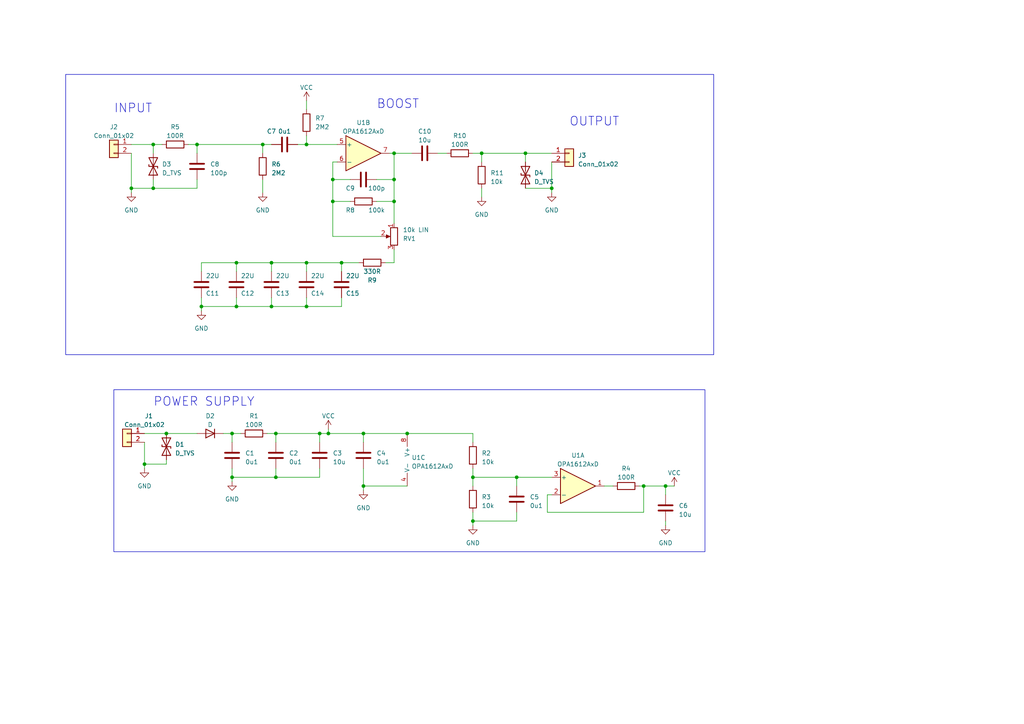
<source format=kicad_sch>
(kicad_sch (version 20221206) (generator eeschema)
  (paper "A4")
  (lib_symbols
    (symbol "Amplifier_Operational:OPA1612AxD" (pin_names (offset 0.127))
      (property "Reference" "U" (at 0 5.08 0))
      (property "Value" "OPA1612AxD" (at 0 -5.08 0))
      (symbol "OPA1612AxD_1_1"
        (polyline (pts (xy -5.08 5.08) (xy 5.08 0) (xy -5.08 -5.08) (xy -5.08 5.08)) (stroke (width 0.254)) (fill (type background)))
        (pin output line (at 7.62 0 180) (length 2.54) (name "~") (number "1"))
        (pin input line (at -7.62 -2.54 0) (length 2.54) (name "-") (number "2"))
        (pin input line (at -7.62 2.54 0) (length 2.54) (name "+") (number "3"))
      )
      (symbol "OPA1612AxD_2_1"
        (polyline (pts (xy -5.08 5.08) (xy 5.08 0) (xy -5.08 -5.08) (xy -5.08 5.08)) (stroke (width 0.254)) (fill (type background)))
        (pin input line (at -7.62 2.54 0) (length 2.54) (name "+") (number "5"))
        (pin input line (at -7.62 -2.54 0) (length 2.54) (name "-") (number "6"))
        (pin output line (at 7.62 0 180) (length 2.54) (name "~") (number "7"))
      )
      (symbol "OPA1612AxD_3_1"
        (pin power_in line (at -2.54 -7.62 90) (length 3.81) (name "V-") (number "4"))
        (pin power_in line (at -2.54 7.62 270) (length 3.81) (name "V+") (number "8"))
      )
    )
    (symbol "Connector_Generic:Conn_01x02" (pin_names (offset 1.016) hide)
      (property "Reference" "J" (at 0 2.54 0))
      (property "Value" "Conn_01x02" (at 0 -5.08 0))
      (symbol "Conn_01x02_1_1"
        (rectangle (start -1.27 -2.413) (end 0 -2.667) (stroke (width 0.1524)))
        (rectangle (start -1.27 0.127) (end 0 -0.127) (stroke (width 0.1524)))
        (rectangle (start -1.27 1.27) (end 1.27 -3.81) (stroke (width 0.254)) (fill (type background)))
        (pin passive line (at -5.08 0 0) (length 3.81) (name "Pin_1") (number "1"))
        (pin passive line (at -5.08 -2.54 0) (length 3.81) (name "Pin_2") (number "2"))
      )
    )
    (symbol "Device:C" (pin_numbers hide) (pin_names (offset 0.254))
      (property "Reference" "C" (at 0.635 2.54 0))
      (property "Value" "C" (at 0.635 -2.54 0))
      (symbol "C_0_1"
        (polyline (pts (xy -2.032 -0.762) (xy 2.032 -0.762)) (stroke (width 0.508)))
        (polyline (pts (xy -2.032 0.762) (xy 2.032 0.762)) (stroke (width 0.508)))
      )
      (symbol "C_1_1"
        (pin passive line (at 0 3.81 270) (length 2.794) (name "~") (number "1"))
        (pin passive line (at 0 -3.81 90) (length 2.794) (name "~") (number "2"))
      )
    )
    (symbol "Device:D" (pin_numbers hide) (pin_names (offset 1.016) hide)
      (property "Reference" "D" (at 0 2.54 0))
      (property "Value" "D" (at 0 -2.54 0))
      (symbol "D_0_1"
        (polyline (pts (xy -1.27 1.27) (xy -1.27 -1.27)) (stroke (width 0.254)))
        (polyline (pts (xy 1.27 0) (xy -1.27 0)))
        (polyline (pts (xy 1.27 1.27) (xy 1.27 -1.27) (xy -1.27 0) (xy 1.27 1.27)) (stroke (width 0.254)))
      )
      (symbol "D_1_1"
        (pin passive line (at -3.81 0 0) (length 2.54) (name "K") (number "1"))
        (pin passive line (at 3.81 0 180) (length 2.54) (name "A") (number "2"))
      )
    )
    (symbol "Device:D_TVS" (pin_numbers hide) (pin_names (offset 1.016) hide)
      (property "Reference" "D" (at 0 2.54 0))
      (property "Value" "D_TVS" (at 0 -2.54 0))
      (symbol "D_TVS_0_1"
        (polyline (pts (xy 1.27 0) (xy -1.27 0)))
        (polyline (pts (xy 0.508 1.27) (xy 0 1.27) (xy 0 -1.27) (xy -0.508 -1.27)) (stroke (width 0.254)))
        (polyline (pts (xy -2.54 1.27) (xy -2.54 -1.27) (xy 2.54 1.27) (xy 2.54 -1.27) (xy -2.54 1.27)) (stroke (width 0.254)))
      )
      (symbol "D_TVS_1_1"
        (pin passive line (at -3.81 0 0) (length 2.54) (name "A1") (number "1"))
        (pin passive line (at 3.81 0 180) (length 2.54) (name "A2") (number "2"))
      )
    )
    (symbol "Device:R" (pin_numbers hide) (pin_names (offset 0))
      (property "Reference" "R" (at 2.032 0 90))
      (property "Value" "R" (at 0 0 90))
      (symbol "R_0_1"
        (rectangle (start -1.016 -2.54) (end 1.016 2.54) (stroke (width 0.254)))
      )
      (symbol "R_1_1"
        (pin passive line (at 0 3.81 270) (length 1.27) (name "~") (number "1"))
        (pin passive line (at 0 -3.81 90) (length 1.27) (name "~") (number "2"))
      )
    )
    (symbol "Device:R_Potentiometer" (pin_names (offset 1.016) hide)
      (property "Reference" "RV" (at -4.445 0 90))
      (property "Value" "R_Potentiometer" (at -2.54 0 90))
      (symbol "R_Potentiometer_0_1"
        (polyline (pts (xy 2.54 0) (xy 1.524 0)))
        (polyline (pts (xy 1.143 0) (xy 2.286 0.508) (xy 2.286 -0.508) (xy 1.143 0)) (fill (type outline)))
        (rectangle (start 1.016 2.54) (end -1.016 -2.54) (stroke (width 0.254)))
      )
      (symbol "R_Potentiometer_1_1"
        (pin passive line (at 0 3.81 270) (length 1.27) (name "1") (number "1"))
        (pin passive line (at 3.81 0 180) (length 1.27) (name "2") (number "2"))
        (pin passive line (at 0 -3.81 90) (length 1.27) (name "3") (number "3"))
      )
    )
    (symbol "power:GND" (power) (pin_names (offset 0))
      (property "Value" "GND" (at 0 -3.81 0))
      (symbol "GND_0_1"
        (polyline (pts (xy 0 0) (xy 0 -1.27) (xy 1.27 -1.27) (xy 0 -2.54) (xy -1.27 -1.27) (xy 0 -1.27)))
      )
      (symbol "GND_1_1"
        (pin power_in line (at 0 0 270) (length 0) hide (name "GND") (number "1"))
      )
    )
    (symbol "power:VCC" (power) (pin_names (offset 0))
      (property "Value" "VCC" (at 0 3.81 0))
      (symbol "VCC_0_1"
        (polyline (pts (xy -0.762 1.27) (xy 0 2.54)))
        (polyline (pts (xy 0 0) (xy 0 2.54)))
        (polyline (pts (xy 0 2.54) (xy 0.762 1.27)))
      )
      (symbol "VCC_1_1"
        (pin power_in line (at 0 0 90) (length 0) hide (name "VCC") (number "1"))
      )
    )
  )
  (junction (at 137.16 138.43))
  (junction (at 38.1 54.61))
  (junction (at 95.25 125.73))
  (junction (at 57.15 41.91))
  (junction (at 41.91 134.62))
  (junction (at 105.41 125.73))
  (junction (at 139.7 44.45))
  (junction (at 80.01 125.73))
  (junction (at 96.52 52.07))
  (junction (at 88.9 41.91))
  (junction (at 160.02 54.61))
  (junction (at 114.3 58.42))
  (junction (at 44.45 41.91))
  (junction (at 68.58 88.9))
  (junction (at 78.74 76.2))
  (junction (at 137.16 151.13))
  (junction (at 114.3 52.07))
  (junction (at 152.4 44.45))
  (junction (at 76.2 41.91))
  (junction (at 44.45 54.61))
  (junction (at 96.52 58.42))
  (junction (at 80.01 138.43))
  (junction (at 149.86 138.43))
  (junction (at 105.41 140.97))
  (junction (at 193.04 140.97))
  (junction (at 114.3 44.45))
  (junction (at 186.69 140.97))
  (junction (at 48.26 125.73))
  (junction (at 118.11 125.73))
  (junction (at 78.74 88.9))
  (junction (at 92.71 125.73))
  (junction (at 88.9 76.2))
  (junction (at 68.58 76.2))
  (junction (at 67.31 125.73))
  (junction (at 88.9 88.9))
  (junction (at 58.42 88.9))
  (junction (at 67.31 138.43))
  (junction (at 99.06 76.2))
  (wire (pts (xy 44.45 54.61) (xy 57.15 54.61)))
  (wire (pts (xy 44.45 54.61) (xy 38.1 54.61)))
  (wire (pts (xy 41.91 125.73) (xy 48.26 125.73)))
  (wire (pts (xy 88.9 86.36) (xy 88.9 88.9)))
  (wire (pts (xy 44.45 44.45) (xy 44.45 41.91)))
  (wire (pts (xy 114.3 76.2) (xy 111.76 76.2)))
  (wire (pts (xy 38.1 54.61) (xy 38.1 55.88)))
  (wire (pts (xy 95.25 125.73) (xy 105.41 125.73)))
  (wire (pts (xy 105.41 128.27) (xy 105.41 125.73)))
  (wire (pts (xy 114.3 72.39) (xy 114.3 76.2)))
  (wire (pts (xy 185.42 140.97) (xy 186.69 140.97)))
  (wire (pts (xy 78.74 76.2) (xy 88.9 76.2)))
  (wire (pts (xy 80.01 125.73) (xy 92.71 125.73)))
  (wire (pts (xy 95.25 125.73) (xy 92.71 125.73)))
  (wire (pts (xy 48.26 133.35) (xy 48.26 134.62)))
  (wire (pts (xy 99.06 76.2) (xy 104.14 76.2)))
  (wire (pts (xy 88.9 29.21) (xy 88.9 31.75)))
  (wire (pts (xy 114.3 44.45) (xy 119.38 44.45)))
  (wire (pts (xy 137.16 148.59) (xy 137.16 151.13)))
  (wire (pts (xy 109.22 58.42) (xy 114.3 58.42)))
  (wire (pts (xy 48.26 134.62) (xy 41.91 134.62)))
  (wire (pts (xy 158.75 148.59) (xy 186.69 148.59)))
  (wire (pts (xy 88.9 88.9) (xy 99.06 88.9)))
  (wire (pts (xy 48.26 125.73) (xy 57.15 125.73)))
  (wire (pts (xy 114.3 44.45) (xy 113.03 44.45)))
  (wire (pts (xy 114.3 44.45) (xy 114.3 52.07)))
  (wire (pts (xy 114.3 52.07) (xy 114.3 58.42)))
  (wire (pts (xy 175.26 140.97) (xy 177.8 140.97)))
  (wire (pts (xy 137.16 151.13) (xy 149.86 151.13)))
  (wire (pts (xy 109.22 52.07) (xy 114.3 52.07)))
  (wire (pts (xy 99.06 86.36) (xy 99.06 88.9)))
  (wire (pts (xy 96.52 46.99) (xy 97.79 46.99)))
  (wire (pts (xy 137.16 128.27) (xy 137.16 125.73)))
  (wire (pts (xy 137.16 151.13) (xy 137.16 152.4)))
  (wire (pts (xy 139.7 57.15) (xy 139.7 54.61)))
  (wire (pts (xy 78.74 76.2) (xy 78.74 78.74)))
  (wire (pts (xy 137.16 138.43) (xy 149.86 138.43)))
  (wire (pts (xy 38.1 44.45) (xy 38.1 54.61)))
  (wire (pts (xy 77.47 125.73) (xy 80.01 125.73)))
  (wire (pts (xy 96.52 68.58) (xy 110.49 68.58)))
  (wire (pts (xy 92.71 135.89) (xy 92.71 138.43)))
  (wire (pts (xy 41.91 128.27) (xy 41.91 134.62)))
  (wire (pts (xy 152.4 54.61) (xy 160.02 54.61)))
  (wire (pts (xy 68.58 76.2) (xy 68.58 78.74)))
  (wire (pts (xy 80.01 138.43) (xy 67.31 138.43)))
  (wire (pts (xy 137.16 44.45) (xy 139.7 44.45)))
  (wire (pts (xy 54.61 41.91) (xy 57.15 41.91)))
  (wire (pts (xy 152.4 44.45) (xy 160.02 44.45)))
  (wire (pts (xy 160.02 143.51) (xy 158.75 143.51)))
  (wire (pts (xy 68.58 86.36) (xy 68.58 88.9)))
  (wire (pts (xy 67.31 138.43) (xy 67.31 139.7)))
  (wire (pts (xy 80.01 135.89) (xy 80.01 138.43)))
  (wire (pts (xy 149.86 148.59) (xy 149.86 151.13)))
  (wire (pts (xy 44.45 52.07) (xy 44.45 54.61)))
  (wire (pts (xy 57.15 44.45) (xy 57.15 41.91)))
  (wire (pts (xy 68.58 88.9) (xy 78.74 88.9)))
  (wire (pts (xy 96.52 52.07) (xy 96.52 58.42)))
  (wire (pts (xy 76.2 41.91) (xy 76.2 44.45)))
  (wire (pts (xy 160.02 46.99) (xy 160.02 54.61)))
  (wire (pts (xy 118.11 140.97) (xy 105.41 140.97)))
  (wire (pts (xy 88.9 76.2) (xy 88.9 78.74)))
  (wire (pts (xy 105.41 140.97) (xy 105.41 135.89)))
  (wire (pts (xy 195.58 140.97) (xy 193.04 140.97)))
  (wire (pts (xy 58.42 88.9) (xy 58.42 90.17)))
  (wire (pts (xy 186.69 148.59) (xy 186.69 140.97)))
  (wire (pts (xy 99.06 76.2) (xy 99.06 78.74)))
  (wire (pts (xy 58.42 76.2) (xy 58.42 78.74)))
  (wire (pts (xy 64.77 125.73) (xy 67.31 125.73)))
  (wire (pts (xy 88.9 76.2) (xy 99.06 76.2)))
  (wire (pts (xy 92.71 128.27) (xy 92.71 125.73)))
  (wire (pts (xy 68.58 76.2) (xy 78.74 76.2)))
  (wire (pts (xy 149.86 140.97) (xy 149.86 138.43)))
  (wire (pts (xy 57.15 41.91) (xy 76.2 41.91)))
  (wire (pts (xy 96.52 52.07) (xy 101.6 52.07)))
  (wire (pts (xy 57.15 52.07) (xy 57.15 54.61)))
  (wire (pts (xy 137.16 138.43) (xy 137.16 140.97)))
  (wire (pts (xy 139.7 44.45) (xy 152.4 44.45)))
  (wire (pts (xy 38.1 41.91) (xy 44.45 41.91)))
  (wire (pts (xy 193.04 140.97) (xy 193.04 143.51)))
  (wire (pts (xy 78.74 86.36) (xy 78.74 88.9)))
  (wire (pts (xy 58.42 88.9) (xy 68.58 88.9)))
  (wire (pts (xy 139.7 44.45) (xy 139.7 46.99)))
  (wire (pts (xy 44.45 41.91) (xy 46.99 41.91)))
  (wire (pts (xy 96.52 46.99) (xy 96.52 52.07)))
  (wire (pts (xy 105.41 142.24) (xy 105.41 140.97)))
  (wire (pts (xy 67.31 135.89) (xy 67.31 138.43)))
  (wire (pts (xy 186.69 140.97) (xy 193.04 140.97)))
  (wire (pts (xy 76.2 41.91) (xy 78.74 41.91)))
  (wire (pts (xy 86.36 41.91) (xy 88.9 41.91)))
  (wire (pts (xy 96.52 58.42) (xy 96.52 68.58)))
  (wire (pts (xy 105.41 125.73) (xy 118.11 125.73)))
  (wire (pts (xy 137.16 125.73) (xy 118.11 125.73)))
  (wire (pts (xy 158.75 143.51) (xy 158.75 148.59)))
  (wire (pts (xy 127 44.45) (xy 129.54 44.45)))
  (wire (pts (xy 58.42 86.36) (xy 58.42 88.9)))
  (wire (pts (xy 92.71 138.43) (xy 80.01 138.43)))
  (wire (pts (xy 152.4 44.45) (xy 152.4 46.99)))
  (wire (pts (xy 149.86 138.43) (xy 160.02 138.43)))
  (wire (pts (xy 58.42 76.2) (xy 68.58 76.2)))
  (wire (pts (xy 193.04 151.13) (xy 193.04 152.4)))
  (wire (pts (xy 67.31 125.73) (xy 69.85 125.73)))
  (wire (pts (xy 41.91 134.62) (xy 41.91 135.89)))
  (wire (pts (xy 88.9 41.91) (xy 97.79 41.91)))
  (wire (pts (xy 76.2 52.07) (xy 76.2 55.88)))
  (wire (pts (xy 80.01 125.73) (xy 80.01 128.27)))
  (wire (pts (xy 88.9 39.37) (xy 88.9 41.91)))
  (wire (pts (xy 78.74 88.9) (xy 88.9 88.9)))
  (wire (pts (xy 114.3 58.42) (xy 114.3 64.77)))
  (wire (pts (xy 96.52 58.42) (xy 101.6 58.42)))
  (wire (pts (xy 95.25 124.46) (xy 95.25 125.73)))
  (wire (pts (xy 67.31 125.73) (xy 67.31 128.27)))
  (wire (pts (xy 137.16 135.89) (xy 137.16 138.43)))
  (wire (pts (xy 160.02 54.61) (xy 160.02 55.88)))
  (rectangle (start 33.02 113.03) (end 204.47 160.02))
  (rectangle (start 19.05 21.59) (end 207.01 102.87))
  (text "OUTPUT" (at 165.1 36.83 0) (effects (font (size 2.54 2.54)) (justify left bottom)))
  (text "INPUT" (at 33.02 33.02 0) (effects (font (size 2.54 2.54)) (justify left bottom)))
  (text "BOOST" (at 109.22 31.75 0) (effects (font (size 2.54 2.54)) (justify left bottom)))
  (text "POWER SUPPLY" (at 44.45 118.11 0) (effects (font (size 2.54 2.54)) (justify left bottom)))
  (symbol (lib_id "Device:C") (at 105.41 52.07 90) (mirror x) (unit 1)
    (property "Reference" "C9" (at 101.6 54.61 90))
    (property "Value" "100p" (at 109.22 54.61 90))
    (property "Footprint" "Capacitor_SMD:C_0603_1608Metric_Pad1.08x0.95mm_HandSolder" (effects hide))
  )
  (symbol (lib_id "Device:R") (at 50.8 41.91 90) (unit 1)
    (property "Reference" "R5" (at 50.8 36.83 90))
    (property "Value" "100R" (at 50.8 39.37 90))
    (property "Footprint" "Resistor_SMD:R_0603_1608Metric_Pad0.98x0.95mm_HandSolder" (effects hide))
  )
  (symbol (lib_id "Amplifier_Operational:OPA1612AxD") (at 120.65 133.35 0) (unit 3)
    (property "Reference" "U1" (at 119.38 132.715 0) (effects (justify left)))
    (property "Value" "OPA1612AxD" (at 119.38 135.255 0) (effects (justify left)))
    (property "Footprint" "Package_SO:SOIC-8_3.9x4.9mm_P1.27mm" (effects hide))
    (property "Datasheet" "http://www.ti.com/lit/ds/symlink/opa1612.pdf" (effects hide))
  )
  (symbol (lib_id "Connector_Generic:Conn_01x02") (at 36.83 125.73 0) (mirror y) (unit 1)
    (property "Reference" "J1" (at 43.18 120.65 0))
    (property "Value" "Conn_01x02" (at 41.91 123.19 0))
    (property "Footprint" "Connector_PinHeader_2.54mm:PinHeader_1x02_P2.54mm_Vertical" (effects hide))
  )
  (symbol (lib_id "Device:R") (at 76.2 48.26 180) (unit 1)
    (property "Reference" "R6" (at 78.74 47.625 0) (effects (justify right)))
    (property "Value" "2M2" (at 78.74 50.165 0) (effects (justify right)))
    (property "Footprint" "Resistor_SMD:R_0603_1608Metric_Pad0.98x0.95mm_HandSolder" (effects hide))
  )
  (symbol (lib_id "Device:C") (at 99.06 82.55 0) (unit 1)
    (property "Reference" "C15" (at 100.33 85.09 0) (effects (justify left)))
    (property "Value" "22U" (at 100.33 80.01 0) (effects (justify left)))
    (property "Footprint" "Capacitor_SMD:C_1210_3225Metric_Pad1.33x2.70mm_HandSolder" (effects hide))
    (property "mfg_pn" "CL32B226MOJNNNE" (effects hide))
  )
  (symbol (lib_id "Device:D_TVS") (at 48.26 129.54 90) (unit 1)
    (property "Reference" "D1" (at 50.8 128.905 90) (effects (justify right)))
    (property "Value" "D_TVS" (at 50.8 131.445 90) (effects (justify right)))
    (property "Footprint" "Diode_SMD:D_0603_1608Metric_Pad1.05x0.95mm_HandSolder" (effects hide))
  )
  (symbol (lib_id "power:GND") (at 41.91 135.89 0) (unit 1)
    (property "Reference" "#PWR01" (effects hide))
    (property "Value" "GND" (at 41.91 140.97 0))
  )
  (symbol (lib_id "Device:D") (at 60.96 125.73 180) (unit 1)
    (property "Reference" "D2" (at 60.96 120.65 0))
    (property "Value" "D" (at 60.96 123.19 0))
    (property "Footprint" "Diode_SMD:D_0603_1608Metric_Pad1.05x0.95mm_HandSolder" (effects hide))
  )
  (symbol (lib_id "Device:R") (at 137.16 132.08 0) (unit 1)
    (property "Reference" "R2" (at 139.7 131.445 0) (effects (justify left)))
    (property "Value" "10k" (at 139.7 133.985 0) (effects (justify left)))
    (property "Footprint" "Resistor_SMD:R_0603_1608Metric_Pad0.98x0.95mm_HandSolder" (effects hide))
  )
  (symbol (lib_id "power:GND") (at 67.31 139.7 0) (unit 1)
    (property "Reference" "#PWR02" (effects hide))
    (property "Value" "GND" (at 67.31 144.78 0))
  )
  (symbol (lib_id "power:GND") (at 160.02 55.88 0) (unit 1)
    (property "Reference" "#PWR011" (effects hide))
    (property "Value" "GND" (at 160.02 60.96 0))
  )
  (symbol (lib_id "Device:C") (at 67.31 132.08 0) (unit 1)
    (property "Reference" "C1" (at 71.12 131.445 0) (effects (justify left)))
    (property "Value" "0u1" (at 71.12 133.985 0) (effects (justify left)))
    (property "Footprint" "Capacitor_SMD:C_0603_1608Metric_Pad1.08x0.95mm_HandSolder" (effects hide))
  )
  (symbol (lib_id "Device:C") (at 88.9 82.55 0) (unit 1)
    (property "Reference" "C14" (at 90.17 85.09 0) (effects (justify left)))
    (property "Value" "22U" (at 90.17 80.01 0) (effects (justify left)))
    (property "Footprint" "Capacitor_SMD:C_1210_3225Metric_Pad1.33x2.70mm_HandSolder" (effects hide))
    (property "mfg_pn" "CL32B226MOJNNNE" (effects hide))
  )
  (symbol (lib_id "Device:C") (at 82.55 41.91 90) (unit 1)
    (property "Reference" "C7" (at 78.74 38.1 90))
    (property "Value" "0u1" (at 82.55 38.1 90))
    (property "Footprint" "Capacitor_SMD:C_0603_1608Metric_Pad1.08x0.95mm_HandSolder" (effects hide))
  )
  (symbol (lib_id "Connector_Generic:Conn_01x02") (at 165.1 44.45 0) (unit 1)
    (property "Reference" "J3" (at 167.64 45.085 0) (effects (justify left)))
    (property "Value" "Conn_01x02" (at 167.64 47.625 0) (effects (justify left)))
    (property "Footprint" "Connector_PinHeader_2.54mm:PinHeader_1x02_P2.54mm_Vertical" (effects hide))
  )
  (symbol (lib_id "power:GND") (at 38.1 55.88 0) (unit 1)
    (property "Reference" "#PWR08" (effects hide))
    (property "Value" "GND" (at 38.1 60.96 0))
  )
  (symbol (lib_id "power:GND") (at 58.42 90.17 0) (unit 1)
    (property "Reference" "#PWR012" (effects hide))
    (property "Value" "GND" (at 58.42 95.25 0))
  )
  (symbol (lib_id "Device:R") (at 137.16 144.78 0) (unit 1)
    (property "Reference" "R3" (at 139.7 144.145 0) (effects (justify left)))
    (property "Value" "10k" (at 139.7 146.685 0) (effects (justify left)))
    (property "Footprint" "Resistor_SMD:R_0603_1608Metric_Pad0.98x0.95mm_HandSolder" (effects hide))
  )
  (symbol (lib_id "Device:R") (at 107.95 76.2 270) (mirror x) (unit 1)
    (property "Reference" "R9" (at 107.95 81.28 90))
    (property "Value" "330R" (at 107.95 78.74 90))
    (property "Footprint" "Resistor_SMD:R_0603_1608Metric_Pad0.98x0.95mm_HandSolder" (effects hide))
  )
  (symbol (lib_id "Device:C") (at 105.41 132.08 0) (unit 1)
    (property "Reference" "C4" (at 109.22 131.445 0) (effects (justify left)))
    (property "Value" "0u1" (at 109.22 133.985 0) (effects (justify left)))
    (property "Footprint" "Capacitor_SMD:C_0603_1608Metric_Pad1.08x0.95mm_HandSolder" (effects hide))
  )
  (symbol (lib_id "Device:C") (at 57.15 48.26 180) (unit 1)
    (property "Reference" "C8" (at 60.96 47.625 0) (effects (justify right)))
    (property "Value" "100p" (at 60.96 50.165 0) (effects (justify right)))
    (property "Footprint" "Capacitor_SMD:C_0603_1608Metric_Pad1.08x0.95mm_HandSolder" (effects hide))
  )
  (symbol (lib_id "Device:C") (at 68.58 82.55 0) (unit 1)
    (property "Reference" "C12" (at 69.85 85.09 0) (effects (justify left)))
    (property "Value" "22U" (at 69.85 80.01 0) (effects (justify left)))
    (property "Footprint" "Capacitor_SMD:C_1210_3225Metric_Pad1.33x2.70mm_HandSolder" (effects hide))
    (property "mfg_pn" "CL32B226MOJNNNE" (effects hide))
  )
  (symbol (lib_id "Device:D_TVS") (at 44.45 48.26 90) (unit 1)
    (property "Reference" "D3" (at 46.99 47.625 90) (effects (justify right)))
    (property "Value" "D_TVS" (at 46.99 50.165 90) (effects (justify right)))
    (property "Footprint" "Diode_SMD:D_0603_1608Metric_Pad1.05x0.95mm_HandSolder" (effects hide))
  )
  (symbol (lib_id "power:GND") (at 193.04 152.4 0) (unit 1)
    (property "Reference" "#PWR06" (effects hide))
    (property "Value" "GND" (at 193.04 157.48 0))
  )
  (symbol (lib_id "power:VCC") (at 88.9 29.21 0) (unit 1)
    (property "Reference" "#PWR013" (effects hide))
    (property "Value" "VBIAS" (at 88.9 25.4 0))
  )
  (symbol (lib_id "Device:C") (at 58.42 82.55 0) (unit 1)
    (property "Reference" "C11" (at 59.69 85.09 0) (effects (justify left)))
    (property "Value" "22U" (at 59.69 80.01 0) (effects (justify left)))
    (property "Footprint" "Capacitor_SMD:C_1210_3225Metric_Pad1.33x2.70mm_HandSolder" (effects hide))
    (property "mfg_pn" "CL32B226MOJNNNE" (effects hide))
  )
  (symbol (lib_id "power:VCC") (at 195.58 140.97 0) (unit 1)
    (property "Reference" "#PWR07" (effects hide))
    (property "Value" "VBIAS" (at 195.58 137.16 0))
  )
  (symbol (lib_id "power:GND") (at 105.41 142.24 0) (unit 1)
    (property "Reference" "#PWR04" (effects hide))
    (property "Value" "GND" (at 105.41 147.32 0))
  )
  (symbol (lib_id "Device:R_Potentiometer") (at 114.3 68.58 0) (mirror y) (unit 1)
    (property "Reference" "RV1" (at 116.84 69.215 0) (effects (justify right)))
    (property "Value" "10k LIN" (at 116.84 66.675 0) (effects (justify right)))
    (property "Footprint" "Potentiometer_THT:Potentiometer_Bourns_3299W_Vertical" (effects hide))
  )
  (symbol (lib_id "Connector_Generic:Conn_01x02") (at 33.02 41.91 0) (mirror y) (unit 1)
    (property "Reference" "J2" (at 33.02 36.83 0))
    (property "Value" "Conn_01x02" (at 33.02 39.37 0))
    (property "Footprint" "Connector_PinHeader_2.54mm:PinHeader_1x02_P2.54mm_Vertical" (effects hide))
  )
  (symbol (lib_id "power:GND") (at 137.16 152.4 0) (unit 1)
    (property "Reference" "#PWR05" (effects hide))
    (property "Value" "GND" (at 137.16 157.48 0))
  )
  (symbol (lib_id "Device:C") (at 149.86 144.78 0) (unit 1)
    (property "Reference" "C5" (at 153.67 144.145 0) (effects (justify left)))
    (property "Value" "0u1" (at 153.67 146.685 0) (effects (justify left)))
    (property "Footprint" "Capacitor_SMD:C_0603_1608Metric_Pad1.08x0.95mm_HandSolder" (effects hide))
  )
  (symbol (lib_id "Device:C") (at 78.74 82.55 0) (unit 1)
    (property "Reference" "C13" (at 80.01 85.09 0) (effects (justify left)))
    (property "Value" "22U" (at 80.01 80.01 0) (effects (justify left)))
    (property "Footprint" "Capacitor_SMD:C_1210_3225Metric_Pad1.33x2.70mm_HandSolder" (effects hide))
    (property "mfg_pn" "CL32B226MOJNNNE" (effects hide))
  )
  (symbol (lib_id "Device:R") (at 139.7 50.8 180) (unit 1)
    (property "Reference" "R11" (at 142.24 50.165 0) (effects (justify right)))
    (property "Value" "10k" (at 142.24 52.705 0) (effects (justify right)))
    (property "Footprint" "Resistor_SMD:R_0603_1608Metric_Pad0.98x0.95mm_HandSolder" (effects hide))
  )
  (symbol (lib_id "Device:R") (at 181.61 140.97 90) (unit 1)
    (property "Reference" "R4" (at 181.61 135.89 90))
    (property "Value" "100R" (at 181.61 138.43 90))
    (property "Footprint" "Resistor_SMD:R_0603_1608Metric_Pad0.98x0.95mm_HandSolder" (effects hide))
  )
  (symbol (lib_id "Device:D_TVS") (at 152.4 50.8 90) (unit 1)
    (property "Reference" "D4" (at 154.94 50.165 90) (effects (justify right)))
    (property "Value" "D_TVS" (at 154.94 52.705 90) (effects (justify right)))
    (property "Footprint" "Diode_SMD:D_0603_1608Metric_Pad1.05x0.95mm_HandSolder" (effects hide))
  )
  (symbol (lib_id "power:GND") (at 139.7 57.15 0) (unit 1)
    (property "Reference" "#PWR010" (effects hide))
    (property "Value" "GND" (at 139.7 62.23 0))
  )
  (symbol (lib_id "Amplifier_Operational:OPA1612AxD") (at 105.41 44.45 0) (unit 2)
    (property "Reference" "U1" (at 105.41 35.56 0))
    (property "Value" "OPA1612AxD" (at 105.41 38.1 0))
    (property "Footprint" "Package_SO:SOIC-8_3.9x4.9mm_P1.27mm" (effects hide))
    (property "Datasheet" "http://www.ti.com/lit/ds/symlink/opa1612.pdf" (effects hide))
  )
  (symbol (lib_id "Device:C") (at 80.01 132.08 0) (unit 1)
    (property "Reference" "C2" (at 83.82 131.445 0) (effects (justify left)))
    (property "Value" "0u1" (at 83.82 133.985 0) (effects (justify left)))
    (property "Footprint" "Capacitor_SMD:C_0603_1608Metric_Pad1.08x0.95mm_HandSolder" (effects hide))
  )
  (symbol (lib_id "Device:C") (at 92.71 132.08 0) (unit 1)
    (property "Reference" "C3" (at 96.52 131.445 0) (effects (justify left)))
    (property "Value" "10u" (at 96.52 133.985 0) (effects (justify left)))
    (property "Footprint" "Capacitor_SMD:C_0603_1608Metric_Pad1.08x0.95mm_HandSolder" (effects hide))
  )
  (symbol (lib_id "Amplifier_Operational:OPA1612AxD") (at 167.64 140.97 0) (unit 1)
    (property "Reference" "U1" (at 167.64 132.08 0))
    (property "Value" "OPA1612AxD" (at 167.64 134.62 0))
    (property "Footprint" "Package_SO:SOIC-8_3.9x4.9mm_P1.27mm" (effects hide))
    (property "Datasheet" "http://www.ti.com/lit/ds/symlink/opa1612.pdf" (effects hide))
  )
  (symbol (lib_id "Device:R") (at 73.66 125.73 90) (unit 1)
    (property "Reference" "R1" (at 73.66 120.65 90))
    (property "Value" "100R" (at 73.66 123.19 90))
    (property "Footprint" "Resistor_SMD:R_0603_1608Metric_Pad0.98x0.95mm_HandSolder" (effects hide))
  )
  (symbol (lib_id "Device:R") (at 88.9 35.56 180) (unit 1)
    (property "Reference" "R7" (at 91.44 34.29 0) (effects (justify right)))
    (property "Value" "2M2" (at 91.44 36.83 0) (effects (justify right)))
    (property "Footprint" "Resistor_SMD:R_0603_1608Metric_Pad0.98x0.95mm_HandSolder" (effects hide))
  )
  (symbol (lib_id "power:GND") (at 76.2 55.88 0) (unit 1)
    (property "Reference" "#PWR09" (effects hide))
    (property "Value" "GND" (at 76.2 60.96 0))
  )
  (symbol (lib_id "Device:R") (at 105.41 58.42 270) (unit 1)
    (property "Reference" "R8" (at 101.6 60.96 90))
    (property "Value" "100k" (at 109.22 60.96 90))
    (property "Footprint" "Resistor_SMD:R_0603_1608Metric_Pad0.98x0.95mm_HandSolder" (effects hide))
  )
  (symbol (lib_id "Device:R") (at 133.35 44.45 90) (unit 1)
    (property "Reference" "R10" (at 133.35 39.37 90))
    (property "Value" "100R" (at 133.35 41.91 90))
    (property "Footprint" "Resistor_SMD:R_0603_1608Metric_Pad0.98x0.95mm_HandSolder" (effects hide))
  )
  (symbol (lib_id "power:VCC") (at 95.25 124.46 0) (unit 1)
    (property "Reference" "#PWR03" (effects hide))
    (property "Value" "VCC" (at 95.25 120.65 0))
  )
  (symbol (lib_id "Device:C") (at 123.19 44.45 90) (unit 1)
    (property "Reference" "C10" (at 123.19 38.1 90))
    (property "Value" "10u" (at 123.19 40.64 90))
    (property "Footprint" "Capacitor_SMD:C_0603_1608Metric_Pad1.08x0.95mm_HandSolder" (effects hide))
  )
  (symbol (lib_id "Device:C") (at 193.04 147.32 0) (unit 1)
    (property "Reference" "C6" (at 196.85 146.685 0) (effects (justify left)))
    (property "Value" "10u" (at 196.85 149.225 0) (effects (justify left)))
    (property "Footprint" "Capacitor_SMD:C_0603_1608Metric_Pad1.08x0.95mm_HandSolder" (effects hide))
  )
)
</source>
